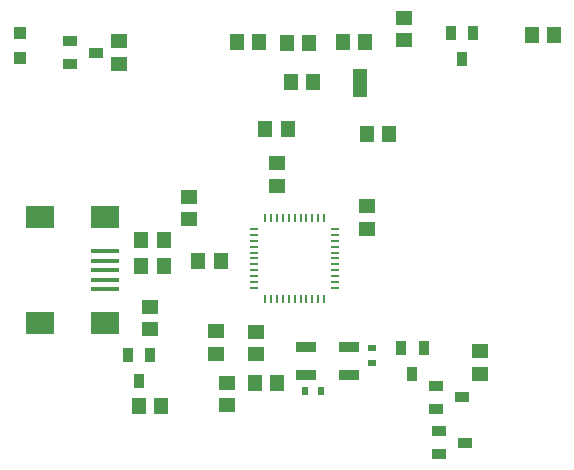
<source format=gbr>
G75*
%MOIN*%
%OFA0B0*%
%FSLAX24Y24*%
%IPPOS*%
%LPD*%
%AMOC8*
5,1,8,0,0,1.08239X$1,22.5*
%
%ADD10R,0.0255X0.0058*%
%ADD11R,0.0058X0.0255*%
%ADD12R,0.0570X0.0452*%
%ADD13R,0.0924X0.0137*%
%ADD14R,0.0924X0.0727*%
%ADD15R,0.0452X0.0570*%
%ADD16R,0.0452X0.0531*%
%ADD17R,0.0531X0.0452*%
%ADD18R,0.0412X0.0412*%
%ADD19R,0.0334X0.0491*%
%ADD20R,0.0491X0.0334*%
%ADD21R,0.0688X0.0373*%
%ADD22R,0.0294X0.0216*%
%ADD23R,0.0216X0.0294*%
%ADD24R,0.0216X0.0038*%
%ADD25C,0.0022*%
D10*
X008658Y007899D03*
X008658Y008096D03*
X008658Y008293D03*
X008658Y008490D03*
X008658Y008687D03*
X008658Y008884D03*
X008658Y009081D03*
X008658Y009277D03*
X008658Y009474D03*
X008658Y009671D03*
X008658Y009868D03*
X011336Y009868D03*
X011336Y009671D03*
X011336Y009474D03*
X011336Y009277D03*
X011336Y009081D03*
X011336Y008884D03*
X011336Y008687D03*
X011336Y008490D03*
X011336Y008293D03*
X011336Y008096D03*
X011336Y007899D03*
D11*
X010981Y007545D03*
X010784Y007545D03*
X010587Y007545D03*
X010391Y007545D03*
X010194Y007545D03*
X009997Y007545D03*
X009800Y007545D03*
X009603Y007545D03*
X009406Y007545D03*
X009210Y007545D03*
X009013Y007545D03*
X009013Y010222D03*
X009210Y010222D03*
X009406Y010222D03*
X009603Y010222D03*
X009800Y010222D03*
X009997Y010222D03*
X010194Y010222D03*
X010391Y010222D03*
X010587Y010222D03*
X010784Y010222D03*
X010981Y010222D03*
D12*
X007370Y006456D03*
X007370Y005708D03*
X007731Y004748D03*
X007731Y004000D03*
X005180Y006522D03*
X005180Y007270D03*
X016184Y005794D03*
X016184Y005046D03*
D13*
X003664Y007863D03*
X003664Y008178D03*
X003664Y008493D03*
X003664Y008807D03*
X003664Y009122D03*
D14*
X003664Y010264D03*
X001499Y010264D03*
X001499Y006721D03*
X003664Y006721D03*
D15*
X004812Y003950D03*
X005560Y003950D03*
X008662Y004734D03*
X009410Y004734D03*
X005636Y008636D03*
X004888Y008636D03*
X004893Y009493D03*
X005641Y009493D03*
X009019Y013195D03*
X009767Y013195D03*
X012406Y013036D03*
X013154Y013036D03*
X010493Y016079D03*
X009745Y016079D03*
X008817Y016101D03*
X008069Y016101D03*
X017899Y016339D03*
X018647Y016339D03*
D16*
X012355Y016091D03*
X011607Y016091D03*
X010612Y014761D03*
X009864Y014761D03*
X007538Y008795D03*
X006790Y008795D03*
D17*
X006480Y010183D03*
X006480Y010931D03*
X009419Y011306D03*
X009419Y012054D03*
X012424Y010617D03*
X012424Y009868D03*
X008710Y006441D03*
X008710Y005693D03*
X004155Y015368D03*
X004155Y016117D03*
X013647Y016158D03*
X013647Y016906D03*
D18*
X000839Y016406D03*
X000839Y015579D03*
D19*
X004432Y005656D03*
X005180Y005656D03*
X004806Y004790D03*
X013546Y005892D03*
X014294Y005892D03*
X013920Y005026D03*
X015577Y015538D03*
X015951Y016404D03*
X015203Y016404D03*
D20*
X014708Y004628D03*
X014708Y003880D03*
X014806Y003120D03*
X014806Y002372D03*
X015672Y002746D03*
X015574Y004254D03*
X003363Y015743D03*
X002497Y016117D03*
X002497Y015368D03*
D21*
X010364Y005916D03*
X010364Y005010D03*
X011821Y005010D03*
X011821Y005916D03*
D22*
X012589Y005906D03*
X012589Y005395D03*
D23*
X010868Y004452D03*
X010356Y004452D03*
D24*
X011587Y014258D03*
X011587Y014455D03*
X011587Y014652D03*
X011587Y014849D03*
X011587Y015046D03*
X011587Y015243D03*
X012750Y015243D03*
X012750Y015046D03*
X012750Y014849D03*
X012750Y014652D03*
X012750Y014455D03*
X012750Y014258D03*
D25*
X012377Y014291D02*
X012377Y015209D01*
X012377Y014291D02*
X011959Y014291D01*
X011959Y015209D01*
X012377Y015209D01*
X012377Y014312D02*
X011959Y014312D01*
X011959Y014333D02*
X012377Y014333D01*
X012377Y014354D02*
X011959Y014354D01*
X011959Y014375D02*
X012377Y014375D01*
X012377Y014396D02*
X011959Y014396D01*
X011959Y014417D02*
X012377Y014417D01*
X012377Y014438D02*
X011959Y014438D01*
X011959Y014459D02*
X012377Y014459D01*
X012377Y014480D02*
X011959Y014480D01*
X011959Y014501D02*
X012377Y014501D01*
X012377Y014522D02*
X011959Y014522D01*
X011959Y014543D02*
X012377Y014543D01*
X012377Y014564D02*
X011959Y014564D01*
X011959Y014585D02*
X012377Y014585D01*
X012377Y014606D02*
X011959Y014606D01*
X011959Y014627D02*
X012377Y014627D01*
X012377Y014648D02*
X011959Y014648D01*
X011959Y014669D02*
X012377Y014669D01*
X012377Y014690D02*
X011959Y014690D01*
X011959Y014711D02*
X012377Y014711D01*
X012377Y014732D02*
X011959Y014732D01*
X011959Y014753D02*
X012377Y014753D01*
X012377Y014774D02*
X011959Y014774D01*
X011959Y014795D02*
X012377Y014795D01*
X012377Y014816D02*
X011959Y014816D01*
X011959Y014837D02*
X012377Y014837D01*
X012377Y014858D02*
X011959Y014858D01*
X011959Y014879D02*
X012377Y014879D01*
X012377Y014900D02*
X011959Y014900D01*
X011959Y014921D02*
X012377Y014921D01*
X012377Y014942D02*
X011959Y014942D01*
X011959Y014963D02*
X012377Y014963D01*
X012377Y014984D02*
X011959Y014984D01*
X011959Y015005D02*
X012377Y015005D01*
X012377Y015026D02*
X011959Y015026D01*
X011959Y015047D02*
X012377Y015047D01*
X012377Y015068D02*
X011959Y015068D01*
X011959Y015089D02*
X012377Y015089D01*
X012377Y015110D02*
X011959Y015110D01*
X011959Y015131D02*
X012377Y015131D01*
X012377Y015152D02*
X011959Y015152D01*
X011959Y015173D02*
X012377Y015173D01*
X012377Y015194D02*
X011959Y015194D01*
M02*

</source>
